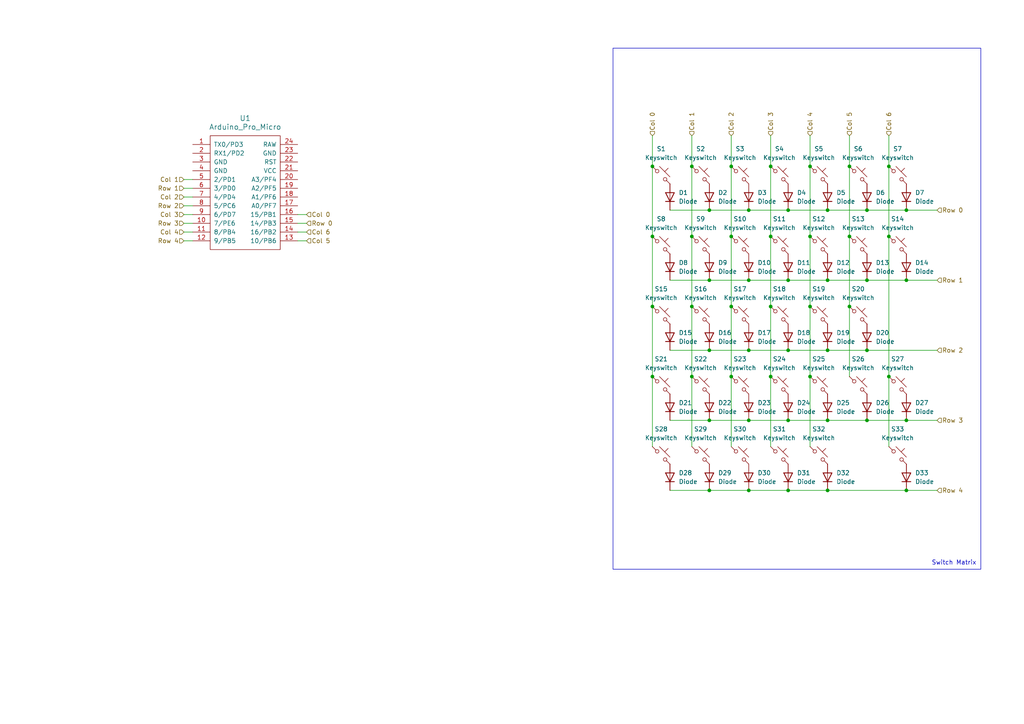
<source format=kicad_sch>
(kicad_sch (version 20250114) (generator "eeschema") (generator_version "9.0")
  (paper "A4")
  (lib_symbols
    (symbol "ScottoKeebs:MCU_Arduino_Pro_Micro" (pin_names (offset 1.016))
      (property "Reference" "U" (at 0 0 0))
      (property "Value" "Arduino_Pro_Micro" (at 0 -19.05 0))
      (symbol "MCU_Arduino_Pro_Micro_0_1"
        (rectangle (start -10.16 16.51) (end 10.16 -16.51))
      )
      (symbol "MCU_Arduino_Pro_Micro_1_1"
        (pin input line (at -15.24 13.97 0) (length 5.08) (name "TX0/PD3") (number "1"))
        (pin input line (at -15.24 11.43 0) (length 5.08) (name "RX1/PD2") (number "2"))
        (pin input line (at -15.24 8.89 0) (length 5.08) (name "GND") (number "3"))
        (pin input line (at -15.24 6.35 0) (length 5.08) (name "GND") (number "4"))
        (pin input line (at -15.24 3.81 0) (length 5.08) (name "2/PD1") (number "5"))
        (pin input line (at -15.24 1.27 0) (length 5.08) (name "3/PD0") (number "6"))
        (pin input line (at -15.24 -1.27 0) (length 5.08) (name "4/PD4") (number "7"))
        (pin input line (at -15.24 -3.81 0) (length 5.08) (name "5/PC6") (number "8"))
        (pin input line (at -15.24 -6.35 0) (length 5.08) (name "6/PD7") (number "9"))
        (pin input line (at -15.24 -8.89 0) (length 5.08) (name "7/PE6") (number "10"))
        (pin input line (at -15.24 -11.43 0) (length 5.08) (name "8/PB4") (number "11"))
        (pin input line (at -15.24 -13.97 0) (length 5.08) (name "9/PB5") (number "12"))
        (pin input line (at 15.24 13.97 180) (length 5.08) (name "RAW") (number "24"))
        (pin input line (at 15.24 11.43 180) (length 5.08) (name "GND") (number "23"))
        (pin input line (at 15.24 8.89 180) (length 5.08) (name "RST") (number "22"))
        (pin input line (at 15.24 6.35 180) (length 5.08) (name "VCC") (number "21"))
        (pin input line (at 15.24 3.81 180) (length 5.08) (name "A3/PF4") (number "20"))
        (pin input line (at 15.24 1.27 180) (length 5.08) (name "A2/PF5") (number "19"))
        (pin input line (at 15.24 -1.27 180) (length 5.08) (name "A1/PF6") (number "18"))
        (pin input line (at 15.24 -3.81 180) (length 5.08) (name "A0/PF7") (number "17"))
        (pin input line (at 15.24 -6.35 180) (length 5.08) (name "15/PB1") (number "16"))
        (pin input line (at 15.24 -8.89 180) (length 5.08) (name "14/PB3") (number "15"))
        (pin input line (at 15.24 -11.43 180) (length 5.08) (name "16/PB2") (number "14"))
        (pin input line (at 15.24 -13.97 180) (length 5.08) (name "10/PB6") (number "13"))
      )
    )
    (symbol "ScottoKeebs:Placeholder_Diode" (pin_numbers (hide yes)) (pin_names (hide yes))
      (property "Reference" "D" (at 0 2.54 0))
      (property "Value" "Diode" (at 0 -2.54 0))
      (symbol "Placeholder_Diode_0_1"
        (polyline (pts (xy -1.27 1.27) (xy -1.27 -1.27)) (stroke (width 0.254)))
        (polyline (pts (xy 1.27 1.27) (xy 1.27 -1.27) (xy -1.27 0) (xy 1.27 1.27)) (stroke (width 0.254)))
        (polyline (pts (xy 1.27 0) (xy -1.27 0)))
      )
      (symbol "Placeholder_Diode_1_1"
        (pin passive line (at -3.81 0 0) (length 2.54) (name "K") (number "1"))
        (pin passive line (at 3.81 0 180) (length 2.54) (name "A") (number "2"))
      )
    )
    (symbol "ScottoKeebs:Placeholder_Keyswitch" (pin_numbers (hide yes)) (pin_names (offset 1.016) (hide yes))
      (property "Reference" "S" (at 3.048 1.016 0))
      (property "Value" "Keyswitch" (at 0 -3.81 0))
      (symbol "Placeholder_Keyswitch_0_1"
        (polyline (pts (xy -2.54 2.54) (xy -1.524 1.524) (xy -1.524 1.524)))
        (circle (center -1.1684 1.1684) (radius 0.508))
        (polyline (pts (xy -0.508 2.54) (xy 2.54 -0.508)))
        (polyline (pts (xy 1.016 1.016) (xy 2.032 2.032)))
        (circle (center 1.143 -1.1938) (radius 0.508))
        (polyline (pts (xy 1.524 -1.524) (xy 2.54 -2.54) (xy 2.54 -2.54) (xy 2.54 -2.54)))
        (pin passive line (at -2.54 2.54 0) (length 0) (name "1") (number "1"))
        (pin passive line (at 2.54 -2.54 180) (length 0) (name "2") (number "2"))
      )
    )
  )
  (rectangle (start 177.8 13.97) (end 284.48 165.1))
  (text "Switch Matrix" (at 283.21 163.322 0) (effects (font (size 1.27 1.27)) (justify right)))
  (junction (at 228.6 60.96))
  (junction (at 212.09 48.26))
  (junction (at 234.95 109.22))
  (junction (at 189.23 68.58))
  (junction (at 217.17 60.96))
  (junction (at 240.03 81.28))
  (junction (at 257.81 109.22))
  (junction (at 251.46 101.6))
  (junction (at 212.09 109.22))
  (junction (at 234.95 48.26))
  (junction (at 223.52 109.22))
  (junction (at 205.74 121.92))
  (junction (at 251.46 121.92))
  (junction (at 240.03 60.96))
  (junction (at 257.81 48.26))
  (junction (at 228.6 121.92))
  (junction (at 240.03 101.6))
  (junction (at 257.81 68.58))
  (junction (at 200.66 109.22))
  (junction (at 228.6 101.6))
  (junction (at 223.52 48.26))
  (junction (at 262.89 142.24))
  (junction (at 246.38 48.26))
  (junction (at 200.66 88.9))
  (junction (at 189.23 88.9))
  (junction (at 205.74 101.6))
  (junction (at 262.89 121.92))
  (junction (at 262.89 60.96))
  (junction (at 205.74 142.24))
  (junction (at 234.95 88.9))
  (junction (at 234.95 68.58))
  (junction (at 240.03 121.92))
  (junction (at 189.23 109.22))
  (junction (at 251.46 60.96))
  (junction (at 217.17 101.6))
  (junction (at 189.23 48.26))
  (junction (at 217.17 121.92))
  (junction (at 205.74 81.28))
  (junction (at 212.09 88.9))
  (junction (at 223.52 88.9))
  (junction (at 217.17 142.24))
  (junction (at 212.09 68.58))
  (junction (at 217.17 81.28))
  (junction (at 251.46 81.28))
  (junction (at 200.66 48.26))
  (junction (at 228.6 142.24))
  (junction (at 223.52 68.58))
  (junction (at 205.74 60.96))
  (junction (at 246.38 68.58))
  (junction (at 240.03 142.24))
  (junction (at 246.38 88.9))
  (junction (at 228.6 81.28))
  (junction (at 262.89 81.28))
  (junction (at 200.66 68.58))
  (wire (pts (xy 194.31 60.96) (xy 205.74 60.96)))
  (wire (pts (xy 228.6 142.24) (xy 240.03 142.24)))
  (wire (pts (xy 217.17 142.24) (xy 228.6 142.24)))
  (wire (pts (xy 234.95 109.22) (xy 234.95 129.54)))
  (wire (pts (xy 189.23 88.9) (xy 189.23 109.22)))
  (wire (pts (xy 271.78 60.96) (xy 262.89 60.96)))
  (wire (pts (xy 217.17 60.96) (xy 228.6 60.96)))
  (wire (pts (xy 205.74 81.28) (xy 217.17 81.28)))
  (wire (pts (xy 234.95 68.58) (xy 234.95 88.9)))
  (wire (pts (xy 212.09 68.58) (xy 212.09 88.9)))
  (wire (pts (xy 88.9 69.85) (xy 86.36 69.85)))
  (wire (pts (xy 251.46 81.28) (xy 262.89 81.28)))
  (wire (pts (xy 257.81 39.37) (xy 257.81 48.26)))
  (wire (pts (xy 240.03 101.6) (xy 251.46 101.6)))
  (wire (pts (xy 212.09 48.26) (xy 212.09 68.58)))
  (wire (pts (xy 53.34 64.77) (xy 55.88 64.77)))
  (wire (pts (xy 212.09 88.9) (xy 212.09 109.22)))
  (wire (pts (xy 205.74 142.24) (xy 217.17 142.24)))
  (wire (pts (xy 88.9 67.31) (xy 86.36 67.31)))
  (wire (pts (xy 88.9 64.77) (xy 86.36 64.77)))
  (wire (pts (xy 53.34 54.61) (xy 55.88 54.61)))
  (wire (pts (xy 257.81 48.26) (xy 257.81 68.58)))
  (wire (pts (xy 194.31 142.24) (xy 205.74 142.24)))
  (wire (pts (xy 240.03 121.92) (xy 251.46 121.92)))
  (wire (pts (xy 217.17 121.92) (xy 228.6 121.92)))
  (wire (pts (xy 262.89 81.28) (xy 271.78 81.28)))
  (wire (pts (xy 194.31 121.92) (xy 205.74 121.92)))
  (wire (pts (xy 212.09 109.22) (xy 212.09 129.54)))
  (wire (pts (xy 53.34 52.07) (xy 55.88 52.07)))
  (wire (pts (xy 200.66 39.37) (xy 200.66 48.26)))
  (wire (pts (xy 251.46 60.96) (xy 262.89 60.96)))
  (wire (pts (xy 271.78 142.24) (xy 262.89 142.24)))
  (wire (pts (xy 205.74 101.6) (xy 217.17 101.6)))
  (wire (pts (xy 189.23 109.22) (xy 189.23 129.54)))
  (wire (pts (xy 228.6 60.96) (xy 240.03 60.96)))
  (wire (pts (xy 205.74 121.92) (xy 217.17 121.92)))
  (wire (pts (xy 223.52 68.58) (xy 223.52 88.9)))
  (wire (pts (xy 234.95 39.37) (xy 234.95 48.26)))
  (wire (pts (xy 205.74 60.96) (xy 217.17 60.96)))
  (wire (pts (xy 53.34 59.69) (xy 55.88 59.69)))
  (wire (pts (xy 228.6 81.28) (xy 240.03 81.28)))
  (wire (pts (xy 53.34 62.23) (xy 55.88 62.23)))
  (wire (pts (xy 88.9 62.23) (xy 86.36 62.23)))
  (wire (pts (xy 200.66 88.9) (xy 200.66 109.22)))
  (wire (pts (xy 200.66 68.58) (xy 200.66 88.9)))
  (wire (pts (xy 217.17 81.28) (xy 228.6 81.28)))
  (wire (pts (xy 228.6 121.92) (xy 240.03 121.92)))
  (wire (pts (xy 234.95 48.26) (xy 234.95 68.58)))
  (wire (pts (xy 53.34 57.15) (xy 55.88 57.15)))
  (wire (pts (xy 257.81 109.22) (xy 257.81 129.54)))
  (wire (pts (xy 234.95 88.9) (xy 234.95 109.22)))
  (wire (pts (xy 53.34 67.31) (xy 55.88 67.31)))
  (wire (pts (xy 240.03 81.28) (xy 251.46 81.28)))
  (wire (pts (xy 189.23 48.26) (xy 189.23 68.58)))
  (wire (pts (xy 217.17 101.6) (xy 228.6 101.6)))
  (wire (pts (xy 246.38 48.26) (xy 246.38 68.58)))
  (wire (pts (xy 223.52 109.22) (xy 223.52 129.54)))
  (wire (pts (xy 212.09 39.37) (xy 212.09 48.26)))
  (wire (pts (xy 53.34 69.85) (xy 55.88 69.85)))
  (wire (pts (xy 223.52 39.37) (xy 223.52 48.26)))
  (wire (pts (xy 271.78 121.92) (xy 262.89 121.92)))
  (wire (pts (xy 223.52 48.26) (xy 223.52 68.58)))
  (wire (pts (xy 228.6 101.6) (xy 240.03 101.6)))
  (wire (pts (xy 240.03 60.96) (xy 251.46 60.96)))
  (wire (pts (xy 257.81 68.58) (xy 257.81 109.22)))
  (wire (pts (xy 246.38 39.37) (xy 246.38 48.26)))
  (wire (pts (xy 246.38 68.58) (xy 246.38 88.9)))
  (wire (pts (xy 271.78 101.6) (xy 251.46 101.6)))
  (wire (pts (xy 223.52 88.9) (xy 223.52 109.22)))
  (wire (pts (xy 189.23 39.37) (xy 189.23 48.26)))
  (wire (pts (xy 200.66 109.22) (xy 200.66 129.54)))
  (wire (pts (xy 246.38 88.9) (xy 246.38 109.22)))
  (wire (pts (xy 251.46 121.92) (xy 262.89 121.92)))
  (wire (pts (xy 200.66 48.26) (xy 200.66 68.58)))
  (wire (pts (xy 194.31 101.6) (xy 205.74 101.6)))
  (wire (pts (xy 194.31 81.28) (xy 205.74 81.28)))
  (wire (pts (xy 189.23 68.58) (xy 189.23 88.9)))
  (wire (pts (xy 240.03 142.24) (xy 262.89 142.24)))
  (hierarchical_label "Col 1" (shape input) (at 53.34 52.07 180))
  (hierarchical_label "Col 2" (shape input) (at 53.34 57.15 180))
  (hierarchical_label "Row 4" (shape input) (at 271.78 142.24 0))
  (hierarchical_label "Row 2" (shape input) (at 53.34 59.69 180))
  (hierarchical_label "Col 0" (shape input) (at 189.23 39.37 90))
  (hierarchical_label "Col 6" (shape input) (at 257.81 39.37 90))
  (hierarchical_label "Col 5" (shape input) (at 246.38 39.37 90))
  (hierarchical_label "Row 2" (shape input) (at 271.78 101.6 0))
  (hierarchical_label "Row 1" (shape input) (at 53.34 54.61 180))
  (hierarchical_label "Col 4" (shape input) (at 234.95 39.37 90))
  (hierarchical_label "Row 0" (shape input) (at 88.9 64.77 0))
  (hierarchical_label "Row 4" (shape input) (at 53.34 69.85 180))
  (hierarchical_label "Row 1" (shape input) (at 271.78 81.28 0))
  (hierarchical_label "Col 0" (shape input) (at 88.9 62.23 0))
  (hierarchical_label "Col 3" (shape input) (at 223.52 39.37 90))
  (hierarchical_label "Col 3" (shape input) (at 53.34 62.23 180))
  (hierarchical_label "Col 4" (shape input) (at 53.34 67.31 180))
  (hierarchical_label "Col 1" (shape input) (at 200.66 39.37 90))
  (hierarchical_label "Row 3" (shape input) (at 53.34 64.77 180))
  (hierarchical_label "Col 5" (shape input) (at 88.9 69.85 0))
  (hierarchical_label "Col 6" (shape input) (at 88.9 67.31 0))
  (hierarchical_label "Col 2" (shape input) (at 212.09 39.37 90))
  (hierarchical_label "Row 0" (shape input) (at 271.78 60.96 0))
  (hierarchical_label "Row 3" (shape input) (at 271.78 121.92 0))
  (symbol (lib_id "ScottoKeebs:Placeholder_Diode") (at 194.31 57.15 90) (unit 1)
    (property "Reference" "D1" (at 196.85 55.8799 90) (effects (justify right)))
    (property "Value" "Diode" (at 196.85 58.4199 90) (effects (justify right)))
    (property "Footprint" "ScottoKeebs_Components:Diode_SOD-123" (effects (hide yes)))
    (property "Description" "1N4148 (DO-35) or 1N4148W (SOD-123)" (effects (hide yes)))
    (property "Sim.Device" "D" (effects (hide yes)))
    (property "Sim.Pins" "1=K 2=A" (effects (hide yes)))
  )
  (symbol (lib_id "ScottoKeebs:Placeholder_Diode") (at 228.6 77.47 90) (unit 1)
    (property "Reference" "D11" (at 231.14 76.1999 90) (effects (justify right)))
    (property "Value" "Diode" (at 231.14 78.7399 90) (effects (justify right)))
    (property "Footprint" "ScottoKeebs_Components:Diode_SOD-123" (effects (hide yes)))
    (property "Description" "1N4148 (DO-35) or 1N4148W (SOD-123)" (effects (hide yes)))
    (property "Sim.Device" "D" (effects (hide yes)))
    (property "Sim.Pins" "1=K 2=A" (effects (hide yes)))
  )
  (symbol (lib_id "ScottoKeebs:Placeholder_Keyswitch") (at 214.63 91.44 0) (unit 1)
    (property "Reference" "S17" (at 214.63 83.82 0))
    (property "Value" "Keyswitch" (at 214.63 86.36 0))
    (property "Footprint" "ScottoKeebs_Hotswap:Hotswap_MX_1.00u" (effects (hide yes)))
    (property "Description" "Push button switch, normally open, two pins, 45° tilted" (effects (hide yes)))
  )
  (symbol (lib_id "ScottoKeebs:Placeholder_Diode") (at 217.17 57.15 90) (unit 1)
    (property "Reference" "D3" (at 219.71 55.8799 90) (effects (justify right)))
    (property "Value" "Diode" (at 219.71 58.4199 90) (effects (justify right)))
    (property "Footprint" "ScottoKeebs_Components:Diode_SOD-123" (effects (hide yes)))
    (property "Description" "1N4148 (DO-35) or 1N4148W (SOD-123)" (effects (hide yes)))
    (property "Sim.Device" "D" (effects (hide yes)))
    (property "Sim.Pins" "1=K 2=A" (effects (hide yes)))
  )
  (symbol (lib_id "ScottoKeebs:Placeholder_Keyswitch") (at 191.77 111.76 0) (unit 1)
    (property "Reference" "S21" (at 191.77 104.14 0))
    (property "Value" "Keyswitch" (at 191.77 106.68 0))
    (property "Footprint" "ScottoKeebs_Hotswap:Hotswap_MX_1.50u" (effects (hide yes)))
    (property "Description" "Push button switch, normally open, two pins, 45° tilted" (effects (hide yes)))
  )
  (symbol (lib_id "ScottoKeebs:Placeholder_Keyswitch") (at 237.49 132.08 0) (unit 1)
    (property "Reference" "S32" (at 237.49 124.46 0))
    (property "Value" "Keyswitch" (at 237.49 127 0))
    (property "Footprint" "ScottoKeebs_Hotswap:Hotswap_MX_2.00u" (effects (hide yes)))
    (property "Description" "Push button switch, normally open, two pins, 45° tilted" (effects (hide yes)))
  )
  (symbol (lib_id "ScottoKeebs:Placeholder_Keyswitch") (at 203.2 132.08 0) (unit 1)
    (property "Reference" "S29" (at 203.2 124.46 0))
    (property "Value" "Keyswitch" (at 203.2 127 0))
    (property "Footprint" "ScottoKeebs_Hotswap:Hotswap_MX_1.00u" (effects (hide yes)))
    (property "Description" "Push button switch, normally open, two pins, 45° tilted" (effects (hide yes)))
  )
  (symbol (lib_id "ScottoKeebs:Placeholder_Keyswitch") (at 214.63 71.12 0) (unit 1)
    (property "Reference" "S10" (at 214.63 63.5 0))
    (property "Value" "Keyswitch" (at 214.63 66.04 0))
    (property "Footprint" "ScottoKeebs_Hotswap:Hotswap_MX_1.00u" (effects (hide yes)))
    (property "Description" "Push button switch, normally open, two pins, 45° tilted" (effects (hide yes)))
  )
  (symbol (lib_id "ScottoKeebs:Placeholder_Keyswitch") (at 203.2 91.44 0) (unit 1)
    (property "Reference" "S16" (at 203.2 83.82 0))
    (property "Value" "Keyswitch" (at 203.2 86.36 0))
    (property "Footprint" "ScottoKeebs_Hotswap:Hotswap_MX_1.00u" (effects (hide yes)))
    (property "Description" "Push button switch, normally open, two pins, 45° tilted" (effects (hide yes)))
  )
  (symbol (lib_id "ScottoKeebs:Placeholder_Keyswitch") (at 237.49 91.44 0) (unit 1)
    (property "Reference" "S19" (at 237.49 83.82 0))
    (property "Value" "Keyswitch" (at 237.49 86.36 0))
    (property "Footprint" "ScottoKeebs_Hotswap:Hotswap_MX_1.00u" (effects (hide yes)))
    (property "Description" "Push button switch, normally open, two pins, 45° tilted" (effects (hide yes)))
  )
  (symbol (lib_id "ScottoKeebs:Placeholder_Keyswitch") (at 237.49 50.8 0) (unit 1)
    (property "Reference" "S5" (at 237.49 43.18 0))
    (property "Value" "Keyswitch" (at 237.49 45.72 0))
    (property "Footprint" "ScottoKeebs_Hotswap:Hotswap_MX_1.00u" (effects (hide yes)))
    (property "Description" "Push button switch, normally open, two pins, 45° tilted" (effects (hide yes)))
  )
  (symbol (lib_id "ScottoKeebs:Placeholder_Diode") (at 217.17 77.47 90) (unit 1)
    (property "Reference" "D10" (at 219.71 76.1999 90) (effects (justify right)))
    (property "Value" "Diode" (at 219.71 78.7399 90) (effects (justify right)))
    (property "Footprint" "ScottoKeebs_Components:Diode_SOD-123" (effects (hide yes)))
    (property "Description" "1N4148 (DO-35) or 1N4148W (SOD-123)" (effects (hide yes)))
    (property "Sim.Device" "D" (effects (hide yes)))
    (property "Sim.Pins" "1=K 2=A" (effects (hide yes)))
  )
  (symbol (lib_id "ScottoKeebs:Placeholder_Diode") (at 251.46 97.79 90) (unit 1)
    (property "Reference" "D20" (at 254 96.5199 90) (effects (justify right)))
    (property "Value" "Diode" (at 254 99.0599 90) (effects (justify right)))
    (property "Footprint" "ScottoKeebs_Components:Diode_SOD-123" (effects (hide yes)))
    (property "Description" "1N4148 (DO-35) or 1N4148W (SOD-123)" (effects (hide yes)))
    (property "Sim.Device" "D" (effects (hide yes)))
    (property "Sim.Pins" "1=K 2=A" (effects (hide yes)))
  )
  (symbol (lib_id "ScottoKeebs:Placeholder_Diode") (at 240.03 138.43 90) (unit 1)
    (property "Reference" "D32" (at 242.57 137.1599 90) (effects (justify right)))
    (property "Value" "Diode" (at 242.57 139.6999 90) (effects (justify right)))
    (property "Footprint" "ScottoKeebs_Components:Diode_SOD-123" (effects (hide yes)))
    (property "Description" "1N4148 (DO-35) or 1N4148W (SOD-123)" (effects (hide yes)))
    (property "Sim.Device" "D" (effects (hide yes)))
    (property "Sim.Pins" "1=K 2=A" (effects (hide yes)))
  )
  (symbol (lib_id "ScottoKeebs:MCU_Arduino_Pro_Micro") (at 71.12 55.88 0) (unit 1)
    (property "Reference" "U1" (at 71.12 34.29 0) (effects (font (size 1.524 1.524))))
    (property "Value" "Arduino_Pro_Micro" (at 71.12 36.83 0) (effects (font (size 1.524 1.524))))
    (property "Footprint" "ScottoKeebs_MCU:Arduino_Pro_Micro" (effects (hide yes)))
  )
  (symbol (lib_id "ScottoKeebs:Placeholder_Diode") (at 262.89 57.15 90) (unit 1)
    (property "Reference" "D7" (at 265.43 55.8799 90) (effects (justify right)))
    (property "Value" "Diode" (at 265.43 58.4199 90) (effects (justify right)))
    (property "Footprint" "ScottoKeebs_Components:Diode_SOD-123" (effects (hide yes)))
    (property "Description" "1N4148 (DO-35) or 1N4148W (SOD-123)" (effects (hide yes)))
    (property "Sim.Device" "D" (effects (hide yes)))
    (property "Sim.Pins" "1=K 2=A" (effects (hide yes)))
  )
  (symbol (lib_id "ScottoKeebs:Placeholder_Diode") (at 240.03 77.47 90) (unit 1)
    (property "Reference" "D12" (at 242.57 76.1999 90) (effects (justify right)))
    (property "Value" "Diode" (at 242.57 78.7399 90) (effects (justify right)))
    (property "Footprint" "ScottoKeebs_Components:Diode_SOD-123" (effects (hide yes)))
    (property "Description" "1N4148 (DO-35) or 1N4148W (SOD-123)" (effects (hide yes)))
    (property "Sim.Device" "D" (effects (hide yes)))
    (property "Sim.Pins" "1=K 2=A" (effects (hide yes)))
  )
  (symbol (lib_id "ScottoKeebs:Placeholder_Diode") (at 217.17 118.11 90) (unit 1)
    (property "Reference" "D23" (at 219.71 116.8399 90) (effects (justify right)))
    (property "Value" "Diode" (at 219.71 119.3799 90) (effects (justify right)))
    (property "Footprint" "ScottoKeebs_Components:Diode_SOD-123" (effects (hide yes)))
    (property "Description" "1N4148 (DO-35) or 1N4148W (SOD-123)" (effects (hide yes)))
    (property "Sim.Device" "D" (effects (hide yes)))
    (property "Sim.Pins" "1=K 2=A" (effects (hide yes)))
  )
  (symbol (lib_id "ScottoKeebs:Placeholder_Diode") (at 240.03 57.15 90) (unit 1)
    (property "Reference" "D5" (at 242.57 55.8799 90) (effects (justify right)))
    (property "Value" "Diode" (at 242.57 58.4199 90) (effects (justify right)))
    (property "Footprint" "ScottoKeebs_Components:Diode_SOD-123" (effects (hide yes)))
    (property "Description" "1N4148 (DO-35) or 1N4148W (SOD-123)" (effects (hide yes)))
    (property "Sim.Device" "D" (effects (hide yes)))
    (property "Sim.Pins" "1=K 2=A" (effects (hide yes)))
  )
  (symbol (lib_id "ScottoKeebs:Placeholder_Keyswitch") (at 203.2 71.12 0) (unit 1)
    (property "Reference" "S9" (at 203.2 63.5 0))
    (property "Value" "Keyswitch" (at 203.2 66.04 0))
    (property "Footprint" "ScottoKeebs_Hotswap:Hotswap_MX_1.00u" (effects (hide yes)))
    (property "Description" "Push button switch, normally open, two pins, 45° tilted" (effects (hide yes)))
  )
  (symbol (lib_id "ScottoKeebs:Placeholder_Keyswitch") (at 237.49 111.76 0) (unit 1)
    (property "Reference" "S25" (at 237.49 104.14 0))
    (property "Value" "Keyswitch" (at 237.49 106.68 0))
    (property "Footprint" "ScottoKeebs_Hotswap:Hotswap_MX_1.00u" (effects (hide yes)))
    (property "Description" "Push button switch, normally open, two pins, 45° tilted" (effects (hide yes)))
  )
  (symbol (lib_id "ScottoKeebs:Placeholder_Keyswitch") (at 248.92 91.44 0) (unit 1)
    (property "Reference" "S20" (at 248.92 83.82 0))
    (property "Value" "Keyswitch" (at 248.92 86.36 0))
    (property "Footprint" "ScottoKeebs_Hotswap:Hotswap_MX_1.00u" (effects (hide yes)))
    (property "Description" "Push button switch, normally open, two pins, 45° tilted" (effects (hide yes)))
  )
  (symbol (lib_id "ScottoKeebs:Placeholder_Keyswitch") (at 203.2 50.8 0) (unit 1)
    (property "Reference" "S2" (at 203.2 43.18 0))
    (property "Value" "Keyswitch" (at 203.2 45.72 0))
    (property "Footprint" "ScottoKeebs_Hotswap:Hotswap_MX_1.00u" (effects (hide yes)))
    (property "Description" "Push button switch, normally open, two pins, 45° tilted" (effects (hide yes)))
  )
  (symbol (lib_id "ScottoKeebs:Placeholder_Diode") (at 217.17 97.79 90) (unit 1)
    (property "Reference" "D17" (at 219.71 96.5199 90) (effects (justify right)))
    (property "Value" "Diode" (at 219.71 99.0599 90) (effects (justify right)))
    (property "Footprint" "ScottoKeebs_Components:Diode_SOD-123" (effects (hide yes)))
    (property "Description" "1N4148 (DO-35) or 1N4148W (SOD-123)" (effects (hide yes)))
    (property "Sim.Device" "D" (effects (hide yes)))
    (property "Sim.Pins" "1=K 2=A" (effects (hide yes)))
  )
  (symbol (lib_id "ScottoKeebs:Placeholder_Keyswitch") (at 248.92 111.76 0) (unit 1)
    (property "Reference" "S26" (at 248.92 104.14 0))
    (property "Value" "Keyswitch" (at 248.92 106.68 0))
    (property "Footprint" "ScottoKeebs_Hotswap:Hotswap_MX_1.00u" (effects (hide yes)))
    (property "Description" "Push button switch, normally open, two pins, 45° tilted" (effects (hide yes)))
  )
  (symbol (lib_id "ScottoKeebs:Placeholder_Keyswitch") (at 260.35 132.08 0) (unit 1)
    (property "Reference" "S33" (at 260.35 124.46 0))
    (property "Value" "Keyswitch" (at 260.35 127 0))
    (property "Footprint" "ScottoKeebs_Hotswap:Hotswap_MX_1.00u" (effects (hide yes)))
    (property "Description" "Push button switch, normally open, two pins, 45° tilted" (effects (hide yes)))
  )
  (symbol (lib_id "ScottoKeebs:Placeholder_Diode") (at 240.03 118.11 90) (unit 1)
    (property "Reference" "D25" (at 242.57 116.8399 90) (effects (justify right)))
    (property "Value" "Diode" (at 242.57 119.3799 90) (effects (justify right)))
    (property "Footprint" "ScottoKeebs_Components:Diode_SOD-123" (effects (hide yes)))
    (property "Description" "1N4148 (DO-35) or 1N4148W (SOD-123)" (effects (hide yes)))
    (property "Sim.Device" "D" (effects (hide yes)))
    (property "Sim.Pins" "1=K 2=A" (effects (hide yes)))
  )
  (symbol (lib_id "ScottoKeebs:Placeholder_Diode") (at 262.89 118.11 90) (unit 1)
    (property "Reference" "D27" (at 265.43 116.8399 90) (effects (justify right)))
    (property "Value" "Diode" (at 265.43 119.3799 90) (effects (justify right)))
    (property "Footprint" "ScottoKeebs_Components:Diode_SOD-123" (effects (hide yes)))
    (property "Description" "1N4148 (DO-35) or 1N4148W (SOD-123)" (effects (hide yes)))
    (property "Sim.Device" "D" (effects (hide yes)))
    (property "Sim.Pins" "1=K 2=A" (effects (hide yes)))
  )
  (symbol (lib_id "ScottoKeebs:Placeholder_Diode") (at 194.31 138.43 90) (unit 1)
    (property "Reference" "D28" (at 196.85 137.1599 90) (effects (justify right)))
    (property "Value" "Diode" (at 196.85 139.6999 90) (effects (justify right)))
    (property "Footprint" "ScottoKeebs_Components:Diode_SOD-123" (effects (hide yes)))
    (property "Description" "1N4148 (DO-35) or 1N4148W (SOD-123)" (effects (hide yes)))
    (property "Sim.Device" "D" (effects (hide yes)))
    (property "Sim.Pins" "1=K 2=A" (effects (hide yes)))
  )
  (symbol (lib_id "ScottoKeebs:Placeholder_Diode") (at 217.17 138.43 90) (unit 1)
    (property "Reference" "D30" (at 219.71 137.1599 90) (effects (justify right)))
    (property "Value" "Diode" (at 219.71 139.6999 90) (effects (justify right)))
    (property "Footprint" "ScottoKeebs_Components:Diode_SOD-123" (effects (hide yes)))
    (property "Description" "1N4148 (DO-35) or 1N4148W (SOD-123)" (effects (hide yes)))
    (property "Sim.Device" "D" (effects (hide yes)))
    (property "Sim.Pins" "1=K 2=A" (effects (hide yes)))
  )
  (symbol (lib_id "ScottoKeebs:Placeholder_Keyswitch") (at 191.77 132.08 0) (unit 1)
    (property "Reference" "S28" (at 191.77 124.46 0))
    (property "Value" "Keyswitch" (at 191.77 127 0))
    (property "Footprint" "ScottoKeebs_Hotswap:Hotswap_MX_1.00u" (effects (hide yes)))
    (property "Description" "Push button switch, normally open, two pins, 45° tilted" (effects (hide yes)))
  )
  (symbol (lib_id "ScottoKeebs:Placeholder_Keyswitch") (at 226.06 91.44 0) (unit 1)
    (property "Reference" "S18" (at 226.06 83.82 0))
    (property "Value" "Keyswitch" (at 226.06 86.36 0))
    (property "Footprint" "ScottoKeebs_Hotswap:Hotswap_MX_1.00u" (effects (hide yes)))
    (property "Description" "Push button switch, normally open, two pins, 45° tilted" (effects (hide yes)))
  )
  (symbol (lib_id "ScottoKeebs:Placeholder_Diode") (at 228.6 97.79 90) (unit 1)
    (property "Reference" "D18" (at 231.14 96.5199 90) (effects (justify right)))
    (property "Value" "Diode" (at 231.14 99.0599 90) (effects (justify right)))
    (property "Footprint" "ScottoKeebs_Components:Diode_SOD-123" (effects (hide yes)))
    (property "Description" "1N4148 (DO-35) or 1N4148W (SOD-123)" (effects (hide yes)))
    (property "Sim.Device" "D" (effects (hide yes)))
    (property "Sim.Pins" "1=K 2=A" (effects (hide yes)))
  )
  (symbol (lib_id "ScottoKeebs:Placeholder_Keyswitch") (at 260.35 111.76 0) (unit 1)
    (property "Reference" "S27" (at 260.35 104.14 0))
    (property "Value" "Keyswitch" (at 260.35 106.68 0))
    (property "Footprint" "ScottoKeebs_Hotswap:Hotswap_MX_2.00u_90deg" (effects (hide yes)))
    (property "Description" "Push button switch, normally open, two pins, 45° tilted" (effects (hide yes)))
  )
  (symbol (lib_id "ScottoKeebs:Placeholder_Diode") (at 194.31 77.47 90) (unit 1)
    (property "Reference" "D8" (at 196.85 76.1999 90) (effects (justify right)))
    (property "Value" "Diode" (at 196.85 78.7399 90) (effects (justify right)))
    (property "Footprint" "ScottoKeebs_Components:Diode_SOD-123" (effects (hide yes)))
    (property "Description" "1N4148 (DO-35) or 1N4148W (SOD-123)" (effects (hide yes)))
    (property "Sim.Device" "D" (effects (hide yes)))
    (property "Sim.Pins" "1=K 2=A" (effects (hide yes)))
  )
  (symbol (lib_id "ScottoKeebs:Placeholder_Diode") (at 194.31 97.79 90) (unit 1)
    (property "Reference" "D15" (at 196.85 96.5199 90) (effects (justify right)))
    (property "Value" "Diode" (at 196.85 99.0599 90) (effects (justify right)))
    (property "Footprint" "ScottoKeebs_Components:Diode_SOD-123" (effects (hide yes)))
    (property "Description" "1N4148 (DO-35) or 1N4148W (SOD-123)" (effects (hide yes)))
    (property "Sim.Device" "D" (effects (hide yes)))
    (property "Sim.Pins" "1=K 2=A" (effects (hide yes)))
  )
  (symbol (lib_id "ScottoKeebs:Placeholder_Keyswitch") (at 191.77 91.44 0) (unit 1)
    (property "Reference" "S15" (at 191.77 83.82 0))
    (property "Value" "Keyswitch" (at 191.77 86.36 0))
    (property "Footprint" "ScottoKeebs_Hotswap:Hotswap_MX_1.50u" (effects (hide yes)))
    (property "Description" "Push button switch, normally open, two pins, 45° tilted" (effects (hide yes)))
  )
  (symbol (lib_id "ScottoKeebs:Placeholder_Diode") (at 205.74 97.79 90) (unit 1)
    (property "Reference" "D16" (at 208.28 96.5199 90) (effects (justify right)))
    (property "Value" "Diode" (at 208.28 99.0599 90) (effects (justify right)))
    (property "Footprint" "ScottoKeebs_Components:Diode_SOD-123" (effects (hide yes)))
    (property "Description" "1N4148 (DO-35) or 1N4148W (SOD-123)" (effects (hide yes)))
    (property "Sim.Device" "D" (effects (hide yes)))
    (property "Sim.Pins" "1=K 2=A" (effects (hide yes)))
  )
  (symbol (lib_id "ScottoKeebs:Placeholder_Diode") (at 205.74 138.43 90) (unit 1)
    (property "Reference" "D29" (at 208.28 137.1599 90) (effects (justify right)))
    (property "Value" "Diode" (at 208.28 139.6999 90) (effects (justify right)))
    (property "Footprint" "ScottoKeebs_Components:Diode_SOD-123" (effects (hide yes)))
    (property "Description" "1N4148 (DO-35) or 1N4148W (SOD-123)" (effects (hide yes)))
    (property "Sim.Device" "D" (effects (hide yes)))
    (property "Sim.Pins" "1=K 2=A" (effects (hide yes)))
  )
  (symbol (lib_id "ScottoKeebs:Placeholder_Diode") (at 205.74 77.47 90) (unit 1)
    (property "Reference" "D9" (at 208.28 76.1999 90) (effects (justify right)))
    (property "Value" "Diode" (at 208.28 78.7399 90) (effects (justify right)))
    (property "Footprint" "ScottoKeebs_Components:Diode_SOD-123" (effects (hide yes)))
    (property "Description" "1N4148 (DO-35) or 1N4148W (SOD-123)" (effects (hide yes)))
    (property "Sim.Device" "D" (effects (hide yes)))
    (property "Sim.Pins" "1=K 2=A" (effects (hide yes)))
  )
  (symbol (lib_id "ScottoKeebs:Placeholder_Diode") (at 262.89 77.47 90) (unit 1)
    (property "Reference" "D14" (at 265.43 76.1999 90) (effects (justify right)))
    (property "Value" "Diode" (at 265.43 78.7399 90) (effects (justify right)))
    (property "Footprint" "ScottoKeebs_Components:Diode_SOD-123" (effects (hide yes)))
    (property "Description" "1N4148 (DO-35) or 1N4148W (SOD-123)" (effects (hide yes)))
    (property "Sim.Device" "D" (effects (hide yes)))
    (property "Sim.Pins" "1=K 2=A" (effects (hide yes)))
  )
  (symbol (lib_id "ScottoKeebs:Placeholder_Keyswitch") (at 260.35 50.8 0) (unit 1)
    (property "Reference" "S7" (at 260.35 43.18 0))
    (property "Value" "Keyswitch" (at 260.35 45.72 0))
    (property "Footprint" "ScottoKeebs_Hotswap:Hotswap_MX_1.00u" (effects (hide yes)))
    (property "Description" "Push button switch, normally open, two pins, 45° tilted" (effects (hide yes)))
  )
  (symbol (lib_id "ScottoKeebs:Placeholder_Diode") (at 251.46 77.47 90) (unit 1)
    (property "Reference" "D13" (at 254 76.1999 90) (effects (justify right)))
    (property "Value" "Diode" (at 254 78.7399 90) (effects (justify right)))
    (property "Footprint" "ScottoKeebs_Components:Diode_SOD-123" (effects (hide yes)))
    (property "Description" "1N4148 (DO-35) or 1N4148W (SOD-123)" (effects (hide yes)))
    (property "Sim.Device" "D" (effects (hide yes)))
    (property "Sim.Pins" "1=K 2=A" (effects (hide yes)))
  )
  (symbol (lib_id "ScottoKeebs:Placeholder_Diode") (at 228.6 118.11 90) (unit 1)
    (property "Reference" "D24" (at 231.14 116.8399 90) (effects (justify right)))
    (property "Value" "Diode" (at 231.14 119.3799 90) (effects (justify right)))
    (property "Footprint" "ScottoKeebs_Components:Diode_SOD-123" (effects (hide yes)))
    (property "Description" "1N4148 (DO-35) or 1N4148W (SOD-123)" (effects (hide yes)))
    (property "Sim.Device" "D" (effects (hide yes)))
    (property "Sim.Pins" "1=K 2=A" (effects (hide yes)))
  )
  (symbol (lib_id "ScottoKeebs:Placeholder_Keyswitch") (at 203.2 111.76 0) (unit 1)
    (property "Reference" "S22" (at 203.2 104.14 0))
    (property "Value" "Keyswitch" (at 203.2 106.68 0))
    (property "Footprint" "ScottoKeebs_Hotswap:Hotswap_MX_1.00u" (effects (hide yes)))
    (property "Description" "Push button switch, normally open, two pins, 45° tilted" (effects (hide yes)))
  )
  (symbol (lib_id "ScottoKeebs:Placeholder_Diode") (at 240.03 97.79 90) (unit 1)
    (property "Reference" "D19" (at 242.57 96.5199 90) (effects (justify right)))
    (property "Value" "Diode" (at 242.57 99.0599 90) (effects (justify right)))
    (property "Footprint" "ScottoKeebs_Components:Diode_SOD-123" (effects (hide yes)))
    (property "Description" "1N4148 (DO-35) or 1N4148W (SOD-123)" (effects (hide yes)))
    (property "Sim.Device" "D" (effects (hide yes)))
    (property "Sim.Pins" "1=K 2=A" (effects (hide yes)))
  )
  (symbol (lib_id "ScottoKeebs:Placeholder_Diode") (at 251.46 118.11 90) (unit 1)
    (property "Reference" "D26" (at 254 116.8399 90) (effects (justify right)))
    (property "Value" "Diode" (at 254 119.3799 90) (effects (justify right)))
    (property "Footprint" "ScottoKeebs_Components:Diode_SOD-123" (effects (hide yes)))
    (property "Description" "1N4148 (DO-35) or 1N4148W (SOD-123)" (effects (hide yes)))
    (property "Sim.Device" "D" (effects (hide yes)))
    (property "Sim.Pins" "1=K 2=A" (effects (hide yes)))
  )
  (symbol (lib_id "ScottoKeebs:Placeholder_Keyswitch") (at 248.92 71.12 0) (unit 1)
    (property "Reference" "S13" (at 248.92 63.5 0))
    (property "Value" "Keyswitch" (at 248.92 66.04 0))
    (property "Footprint" "ScottoKeebs_Hotswap:Hotswap_MX_1.00u" (effects (hide yes)))
    (property "Description" "Push button switch, normally open, two pins, 45° tilted" (effects (hide yes)))
  )
  (symbol (lib_id "ScottoKeebs:Placeholder_Keyswitch") (at 226.06 71.12 0) (unit 1)
    (property "Reference" "S11" (at 226.06 63.5 0))
    (property "Value" "Keyswitch" (at 226.06 66.04 0))
    (property "Footprint" "ScottoKeebs_Hotswap:Hotswap_MX_1.00u" (effects (hide yes)))
    (property "Description" "Push button switch, normally open, two pins, 45° tilted" (effects (hide yes)))
  )
  (symbol (lib_id "ScottoKeebs:Placeholder_Keyswitch") (at 191.77 71.12 0) (unit 1)
    (property "Reference" "S8" (at 191.77 63.5 0))
    (property "Value" "Keyswitch" (at 191.77 66.04 0))
    (property "Footprint" "ScottoKeebs_Hotswap:Hotswap_MX_1.50u" (effects (hide yes)))
    (property "Description" "Push button switch, normally open, two pins, 45° tilted" (effects (hide yes)))
  )
  (symbol (lib_id "ScottoKeebs:Placeholder_Keyswitch") (at 237.49 71.12 0) (unit 1)
    (property "Reference" "S12" (at 237.49 63.5 0))
    (property "Value" "Keyswitch" (at 237.49 66.04 0))
    (property "Footprint" "ScottoKeebs_Hotswap:Hotswap_MX_1.00u" (effects (hide yes)))
    (property "Description" "Push button switch, normally open, two pins, 45° tilted" (effects (hide yes)))
  )
  (symbol (lib_id "ScottoKeebs:Placeholder_Diode") (at 194.31 118.11 90) (unit 1)
    (property "Reference" "D21" (at 196.85 116.8399 90) (effects (justify right)))
    (property "Value" "Diode" (at 196.85 119.3799 90) (effects (justify right)))
    (property "Footprint" "ScottoKeebs_Components:Diode_SOD-123" (effects (hide yes)))
    (property "Description" "1N4148 (DO-35) or 1N4148W (SOD-123)" (effects (hide yes)))
    (property "Sim.Device" "D" (effects (hide yes)))
    (property "Sim.Pins" "1=K 2=A" (effects (hide yes)))
  )
  (symbol (lib_id "ScottoKeebs:Placeholder_Keyswitch") (at 226.06 50.8 0) (unit 1)
    (property "Reference" "S4" (at 226.06 43.18 0))
    (property "Value" "Keyswitch" (at 226.06 45.72 0))
    (property "Footprint" "ScottoKeebs_Hotswap:Hotswap_MX_1.00u" (effects (hide yes)))
    (property "Description" "Push button switch, normally open, two pins, 45° tilted" (effects (hide yes)))
  )
  (symbol (lib_id "ScottoKeebs:Placeholder_Diode") (at 228.6 57.15 90) (unit 1)
    (property "Reference" "D4" (at 231.14 55.8799 90) (effects (justify right)))
    (property "Value" "Diode" (at 231.14 58.4199 90) (effects (justify right)))
    (property "Footprint" "ScottoKeebs_Components:Diode_SOD-123" (effects (hide yes)))
    (property "Description" "1N4148 (DO-35) or 1N4148W (SOD-123)" (effects (hide yes)))
    (property "Sim.Device" "D" (effects (hide yes)))
    (property "Sim.Pins" "1=K 2=A" (effects (hide yes)))
  )
  (symbol (lib_id "ScottoKeebs:Placeholder_Keyswitch") (at 226.06 132.08 0) (unit 1)
    (property "Reference" "S31" (at 226.06 124.46 0))
    (property "Value" "Keyswitch" (at 226.06 127 0))
    (property "Footprint" "ScottoKeebs_Hotswap:Hotswap_MX_1.00u" (effects (hide yes)))
    (property "Description" "Push button switch, normally open, two pins, 45° tilted" (effects (hide yes)))
  )
  (symbol (lib_id "ScottoKeebs:Placeholder_Diode") (at 251.46 57.15 90) (unit 1)
    (property "Reference" "D6" (at 254 55.8799 90) (effects (justify right)))
    (property "Value" "Diode" (at 254 58.4199 90) (effects (justify right)))
    (property "Footprint" "ScottoKeebs_Components:Diode_SOD-123" (effects (hide yes)))
    (property "Description" "1N4148 (DO-35) or 1N4148W (SOD-123)" (effects (hide yes)))
    (property "Sim.Device" "D" (effects (hide yes)))
    (property "Sim.Pins" "1=K 2=A" (effects (hide yes)))
  )
  (symbol (lib_id "ScottoKeebs:Placeholder_Diode") (at 262.89 138.43 90) (unit 1)
    (property "Reference" "D33" (at 265.43 137.1599 90) (effects (justify right)))
    (property "Value" "Diode" (at 265.43 139.6999 90) (effects (justify right)))
    (property "Footprint" "ScottoKeebs_Components:Diode_SOD-123" (effects (hide yes)))
    (property "Description" "1N4148 (DO-35) or 1N4148W (SOD-123)" (effects (hide yes)))
    (property "Sim.Device" "D" (effects (hide yes)))
    (property "Sim.Pins" "1=K 2=A" (effects (hide yes)))
  )
  (symbol (lib_id "ScottoKeebs:Placeholder_Keyswitch") (at 214.63 111.76 0) (unit 1)
    (property "Reference" "S23" (at 214.63 104.14 0))
    (property "Value" "Keyswitch" (at 214.63 106.68 0))
    (property "Footprint" "ScottoKeebs_Hotswap:Hotswap_MX_1.00u" (effects (hide yes)))
    (property "Description" "Push button switch, normally open, two pins, 45° tilted" (effects (hide yes)))
  )
  (symbol (lib_id "ScottoKeebs:Placeholder_Keyswitch") (at 226.06 111.76 0) (unit 1)
    (property "Reference" "S24" (at 226.06 104.14 0))
    (property "Value" "Keyswitch" (at 226.06 106.68 0))
    (property "Footprint" "ScottoKeebs_Hotswap:Hotswap_MX_1.00u" (effects (hide yes)))
    (property "Description" "Push button switch, normally open, two pins, 45° tilted" (effects (hide yes)))
  )
  (symbol (lib_id "ScottoKeebs:Placeholder_Diode") (at 205.74 118.11 90) (unit 1)
    (property "Reference" "D22" (at 208.28 116.8399 90) (effects (justify right)))
    (property "Value" "Diode" (at 208.28 119.3799 90) (effects (justify right)))
    (property "Footprint" "ScottoKeebs_Components:Diode_SOD-123" (effects (hide yes)))
    (property "Description" "1N4148 (DO-35) or 1N4148W (SOD-123)" (effects (hide yes)))
    (property "Sim.Device" "D" (effects (hide yes)))
    (property "Sim.Pins" "1=K 2=A" (effects (hide yes)))
  )
  (symbol (lib_id "ScottoKeebs:Placeholder_Diode") (at 228.6 138.43 90) (unit 1)
    (property "Reference" "D31" (at 231.14 137.1599 90) (effects (justify right)))
    (property "Value" "Diode" (at 231.14 139.6999 90) (effects (justify right)))
    (property "Footprint" "ScottoKeebs_Components:Diode_SOD-123" (effects (hide yes)))
    (property "Description" "1N4148 (DO-35) or 1N4148W (SOD-123)" (effects (hide yes)))
    (property "Sim.Device" "D" (effects (hide yes)))
    (property "Sim.Pins" "1=K 2=A" (effects (hide yes)))
  )
  (symbol (lib_id "ScottoKeebs:Placeholder_Keyswitch") (at 214.63 50.8 0) (unit 1)
    (property "Reference" "S3" (at 214.63 43.18 0))
    (property "Value" "Keyswitch" (at 214.63 45.72 0))
    (property "Footprint" "ScottoKeebs_Hotswap:Hotswap_MX_1.00u" (effects (hide yes)))
    (property "Description" "Push button switch, normally open, two pins, 45° tilted" (effects (hide yes)))
  )
  (symbol (lib_id "ScottoKeebs:Placeholder_Diode") (at 205.74 57.15 90) (unit 1)
    (property "Reference" "D2" (at 208.28 55.8799 90) (effects (justify right)))
    (property "Value" "Diode" (at 208.28 58.4199 90) (effects (justify right)))
    (property "Footprint" "ScottoKeebs_Components:Diode_SOD-123" (effects (hide yes)))
    (property "Description" "1N4148 (DO-35) or 1N4148W (SOD-123)" (effects (hide yes)))
    (property "Sim.Device" "D" (effects (hide yes)))
    (property "Sim.Pins" "1=K 2=A" (effects (hide yes)))
  )
  (symbol (lib_id "ScottoKeebs:Placeholder_Keyswitch") (at 248.92 50.8 0) (unit 1)
    (property "Reference" "S6" (at 248.92 43.18 0))
    (property "Value" "Keyswitch" (at 248.92 45.72 0))
    (property "Footprint" "ScottoKeebs_Hotswap:Hotswap_MX_1.00u" (effects (hide yes)))
    (property "Description" "Push button switch, normally open, two pins, 45° tilted" (effects (hide yes)))
  )
  (symbol (lib_id "ScottoKeebs:Placeholder_Keyswitch") (at 191.77 50.8 0) (unit 1)
    (property "Reference" "S1" (at 191.77 43.18 0))
    (property "Value" "Keyswitch" (at 191.77 45.72 0))
    (property "Footprint" "ScottoKeebs_Hotswap:Hotswap_MX_1.00u" (effects (hide yes)))
    (property "Description" "Push button switch, normally open, two pins, 45° tilted" (effects (hide yes)))
  )
  (symbol (lib_id "ScottoKeebs:Placeholder_Keyswitch") (at 260.35 71.12 0) (unit 1)
    (property "Reference" "S14" (at 260.35 63.5 0))
    (property "Value" "Keyswitch" (at 260.35 66.04 0))
    (property "Footprint" "ScottoKeebs_Hotswap:Hotswap_MX_1.00u" (effects (hide yes)))
    (property "Description" "Push button switch, normally open, two pins, 45° tilted" (effects (hide yes)))
  )
  (symbol (lib_id "ScottoKeebs:Placeholder_Keyswitch") (at 214.63 132.08 0) (unit 1)
    (property "Reference" "S30" (at 214.63 124.46 0))
    (property "Value" "Keyswitch" (at 214.63 127 0))
    (property "Footprint" "ScottoKeebs_Hotswap:Hotswap_MX_1.00u" (effects (hide yes)))
    (property "Description" "Push button switch, normally open, two pins, 45° tilted" (effects (hide yes)))
  )
)
</source>
